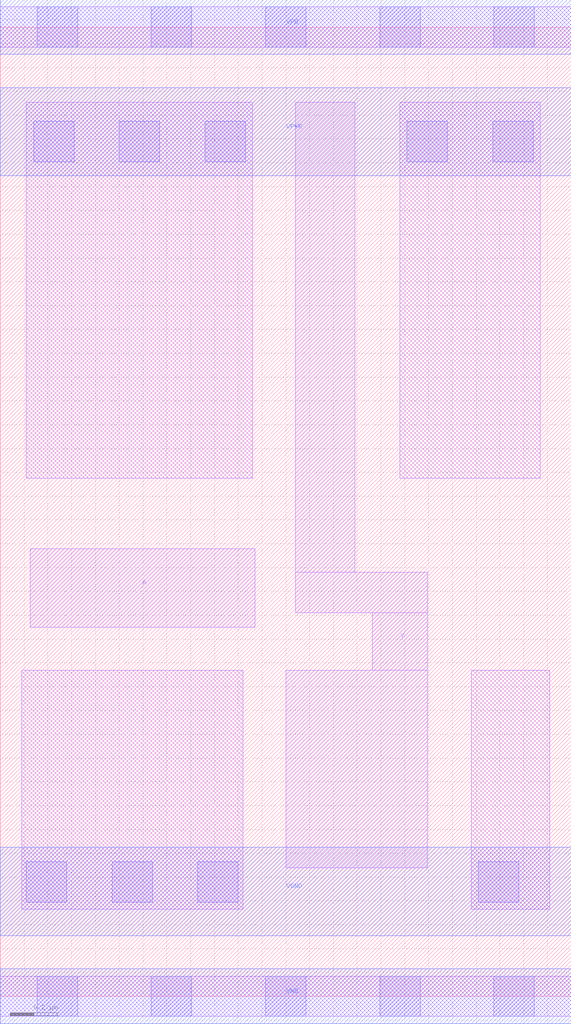
<source format=lef>
# Copyright 2020 The SkyWater PDK Authors
#
# Licensed under the Apache License, Version 2.0 (the "License");
# you may not use this file except in compliance with the License.
# You may obtain a copy of the License at
#
#     https://www.apache.org/licenses/LICENSE-2.0
#
# Unless required by applicable law or agreed to in writing, software
# distributed under the License is distributed on an "AS IS" BASIS,
# WITHOUT WARRANTIES OR CONDITIONS OF ANY KIND, either express or implied.
# See the License for the specific language governing permissions and
# limitations under the License.
#
# SPDX-License-Identifier: Apache-2.0

VERSION 5.5 ;
NAMESCASESENSITIVE ON ;
BUSBITCHARS "[]" ;
DIVIDERCHAR "/" ;
SITE unithvdbl
    SYMMETRY y  ;
    CLASS CORE  ;
    SIZE  0.480 BY 8.140 ;
END unithvdbl
MACRO sky130_fd_sc_hvl__inv_2
  CLASS CORE ;
  SOURCE USER ;
  ORIGIN  0.000000  0.000000 ;
  SIZE  2.400000 BY  4.070000 ;
  SYMMETRY X Y ;
  SITE unithv ;
  PIN A
    ANTENNAGATEAREA  2.250000 ;
    DIRECTION INPUT ;
    USE SIGNAL ;
    PORT
      LAYER li1 ;
        RECT 0.125000 1.550000 1.070000 1.880000 ;
    END
  END A
  PIN Y
    ANTENNADIFFAREA  0.630000 ;
    DIRECTION OUTPUT ;
    USE SIGNAL ;
    PORT
      LAYER li1 ;
        RECT 1.200000 0.540000 1.795000 1.370000 ;
        RECT 1.240000 1.610000 1.795000 1.780000 ;
        RECT 1.240000 1.780000 1.490000 3.755000 ;
        RECT 1.565000 1.370000 1.795000 1.610000 ;
    END
  END Y
  PIN VGND
    DIRECTION INOUT ;
    USE GROUND ;
    PORT
      LAYER met1 ;
        RECT 0.000000 0.255000 2.400000 0.625000 ;
    END
  END VGND
  PIN VNB
    DIRECTION INOUT ;
    USE GROUND ;
    PORT
      LAYER met1 ;
        RECT 0.000000 -0.115000 2.400000 0.115000 ;
    END
  END VNB
  PIN VPB
    DIRECTION INOUT ;
    USE POWER ;
    PORT
      LAYER met1 ;
        RECT 0.000000 3.955000 2.400000 4.185000 ;
    END
  END VPB
  PIN VPWR
    DIRECTION INOUT ;
    USE POWER ;
    PORT
      LAYER met1 ;
        RECT 0.000000 3.445000 2.400000 3.815000 ;
    END
  END VPWR
  OBS
    LAYER li1 ;
      RECT 0.000000 -0.085000 2.400000 0.085000 ;
      RECT 0.000000  3.985000 2.400000 4.155000 ;
      RECT 0.090000  0.365000 1.020000 1.370000 ;
      RECT 0.110000  2.175000 1.060000 3.755000 ;
      RECT 1.680000  2.175000 2.270000 3.755000 ;
      RECT 1.980000  0.365000 2.310000 1.370000 ;
    LAYER mcon ;
      RECT 0.110000  0.395000 0.280000 0.565000 ;
      RECT 0.140000  3.505000 0.310000 3.675000 ;
      RECT 0.155000 -0.085000 0.325000 0.085000 ;
      RECT 0.155000 -0.085000 0.325000 0.085000 ;
      RECT 0.155000  3.985000 0.325000 4.155000 ;
      RECT 0.155000  3.985000 0.325000 4.155000 ;
      RECT 0.470000  0.395000 0.640000 0.565000 ;
      RECT 0.500000  3.505000 0.670000 3.675000 ;
      RECT 0.635000 -0.085000 0.805000 0.085000 ;
      RECT 0.635000 -0.085000 0.805000 0.085000 ;
      RECT 0.635000  3.985000 0.805000 4.155000 ;
      RECT 0.635000  3.985000 0.805000 4.155000 ;
      RECT 0.830000  0.395000 1.000000 0.565000 ;
      RECT 0.860000  3.505000 1.030000 3.675000 ;
      RECT 1.115000 -0.085000 1.285000 0.085000 ;
      RECT 1.115000 -0.085000 1.285000 0.085000 ;
      RECT 1.115000  3.985000 1.285000 4.155000 ;
      RECT 1.115000  3.985000 1.285000 4.155000 ;
      RECT 1.595000 -0.085000 1.765000 0.085000 ;
      RECT 1.595000 -0.085000 1.765000 0.085000 ;
      RECT 1.595000  3.985000 1.765000 4.155000 ;
      RECT 1.595000  3.985000 1.765000 4.155000 ;
      RECT 1.710000  3.505000 1.880000 3.675000 ;
      RECT 2.010000  0.395000 2.180000 0.565000 ;
      RECT 2.070000  3.505000 2.240000 3.675000 ;
      RECT 2.075000 -0.085000 2.245000 0.085000 ;
      RECT 2.075000 -0.085000 2.245000 0.085000 ;
      RECT 2.075000  3.985000 2.245000 4.155000 ;
      RECT 2.075000  3.985000 2.245000 4.155000 ;
  END
END sky130_fd_sc_hvl__inv_2

</source>
